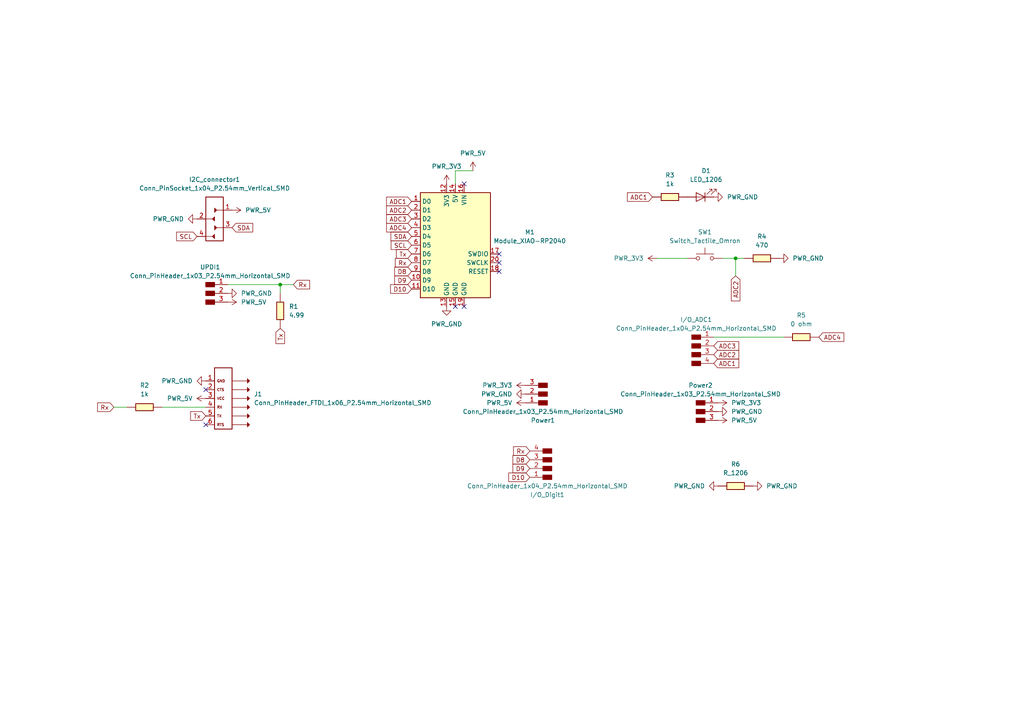
<source format=kicad_sch>
(kicad_sch (version 20231120) (generator "eeschema") (generator_version "8.0")
  (paper "A4")
  (lib_symbols
    (symbol "Fabac:Conn_PinHeader_1x03_P2.54mm_Horizontal_SMD" (pin_names hide)
      (property "Reference" "J" (at 0 5.08 0))
      (property "Value" "Conn_PinHeader_1x03_P2.54mm_Horizontal_SMD" (at 0 -5.08 0))
      (symbol "Conn_PinHeader_1x03_P2.54mm_Horizontal_SMD_1_1"
        (rectangle (start -1.27 -1.905) (end 1.27 -3.175) (stroke (width 0.254)) (fill (type outline)))
        (rectangle (start -1.27 0.635) (end 1.27 -0.635) (stroke (width 0.254)) (fill (type outline)))
        (rectangle (start -1.27 3.175) (end 1.27 1.905) (stroke (width 0.254)) (fill (type outline)))
        (pin passive line (at 5.08 2.54 180) (length 3.81) (name "Pin_1") (number "1"))
        (pin passive line (at 5.08 0 180) (length 3.81) (name "Pin_2") (number "2"))
        (pin passive line (at 5.08 -2.54 180) (length 3.81) (name "Pin_3") (number "3"))
      )
    )
    (symbol "Fabac:Conn_PinHeader_1x04_P2.54mm_Horizontal_SMD" (pin_names hide)
      (property "Reference" "J" (at 0 5.08 0))
      (property "Value" "Conn_PinHeader_1x04_P2.54mm_Horizontal_SMD" (at 0 -7.62 0))
      (symbol "Conn_PinHeader_1x04_P2.54mm_Horizontal_SMD_1_1"
        (rectangle (start -1.27 -4.445) (end 1.27 -5.715) (stroke (width 0.254)) (fill (type outline)))
        (rectangle (start -1.27 -1.905) (end 1.27 -3.175) (stroke (width 0.254)) (fill (type outline)))
        (rectangle (start -1.27 0.635) (end 1.27 -0.635) (stroke (width 0.254)) (fill (type outline)))
        (rectangle (start -1.27 3.175) (end 1.27 1.905) (stroke (width 0.254)) (fill (type outline)))
        (pin passive line (at 5.08 2.54 180) (length 3.81) (name "Pin_1") (number "1"))
        (pin passive line (at 5.08 0 180) (length 3.81) (name "Pin_2") (number "2"))
        (pin passive line (at 5.08 -2.54 180) (length 3.81) (name "Pin_3") (number "3"))
        (pin passive line (at 5.08 -5.08 180) (length 3.81) (name "Pin_4") (number "4"))
      )
    )
    (symbol "Fabac:Conn_PinHeader_FTDI_1x06_P2.54mm_Horizontal_SMD"
      (property "Reference" "J" (at 0 10.16 0))
      (property "Value" "Conn_PinHeader_FTDI_1x06_P2.54mm_Horizontal_SMD" (at 0 -10.16 0))
      (symbol "Conn_PinHeader_FTDI_1x06_P2.54mm_Horizontal_SMD_0_0"
        (polyline (pts (xy 2.54 -7.62) (xy 7.62 -7.62)))
        (polyline (pts (xy 2.54 -5.08) (xy 7.62 -5.08)))
        (polyline (pts (xy 2.54 -2.54) (xy 7.62 -2.54)))
        (polyline (pts (xy 2.54 0) (xy 7.62 0)))
        (polyline (pts (xy 2.54 2.54) (xy 7.62 2.54)))
        (polyline (pts (xy 2.54 5.08) (xy 7.62 5.08)))
        (polyline (pts (xy 6.985 -6.985) (xy 7.62 -7.62) (xy 6.985 -8.255) (xy 6.985 -6.985)) (fill (type outline)))
        (polyline (pts (xy 6.985 -4.445) (xy 7.62 -5.08) (xy 6.985 -5.715) (xy 6.985 -4.445)) (fill (type outline)))
        (polyline (pts (xy 6.985 -1.905) (xy 7.62 -2.54) (xy 6.985 -3.175) (xy 6.985 -1.905)) (fill (type outline)))
        (polyline (pts (xy 6.985 0.635) (xy 7.62 0) (xy 6.985 -0.635) (xy 6.985 0.635)) (fill (type outline)))
        (polyline (pts (xy 6.985 3.175) (xy 7.62 2.54) (xy 6.985 1.905) (xy 6.985 3.175)) (fill (type outline)))
        (polyline (pts (xy 6.985 5.715) (xy 7.62 5.08) (xy 6.985 4.445) (xy 6.985 5.715)) (fill (type outline)))
        (text "CTS" (at -1.905 2.54 0) (effects (font (size 0.75 0.75)) (justify left)))
        (text "GND" (at -1.905 5.08 0) (effects (font (size 0.75 0.75)) (justify left)))
        (text "RTS" (at -1.905 -7.62 0) (effects (font (size 0.75 0.75)) (justify left)))
        (text "RX" (at -1.905 -2.54 0) (effects (font (size 0.75 0.75)) (justify left)))
        (text "TX" (at -1.905 -5.08 0) (effects (font (size 0.75 0.75)) (justify left)))
        (text "VCC" (at -1.905 0 0) (effects (font (size 0.75 0.75)) (justify left)))
      )
      (symbol "Conn_PinHeader_FTDI_1x06_P2.54mm_Horizontal_SMD_1_0"
        (rectangle (start -2.54 8.89) (end 2.54 -8.89) (stroke (width 0.254)))
      )
      (symbol "Conn_PinHeader_FTDI_1x06_P2.54mm_Horizontal_SMD_1_1"
        (pin passive line (at -5.08 5.08 0) (length 2.54) (name "") (number "1"))
        (pin passive line (at -5.08 2.54 0) (length 2.54) (name "") (number "2"))
        (pin passive line (at -5.08 0 0) (length 2.54) (name "") (number "3"))
        (pin passive line (at -5.08 -2.54 0) (length 2.54) (name "") (number "4"))
        (pin passive line (at -5.08 -5.08 0) (length 2.54) (name "") (number "5"))
        (pin passive line (at -5.08 -7.62 0) (length 2.54) (name "") (number "6"))
      )
    )
    (symbol "Fabac:Conn_PinSocket_1x04_P2.54mm_Vertical_SMD" (pin_names hide)
      (property "Reference" "J" (at 0 7.62 0))
      (property "Value" "Conn_PinSocket_1x04_P2.54mm_Vertical_SMD" (at 0 -7.62 0))
      (symbol "Conn_PinSocket_1x04_P2.54mm_Vertical_SMD_0_0"
        (polyline (pts (xy 0 -5.08) (xy -2.54 -5.08)))
        (polyline (pts (xy 0 0) (xy -2.54 0)))
        (polyline (pts (xy 2.54 -2.54) (xy 0 -2.54)))
        (polyline (pts (xy 2.54 2.54) (xy 0 2.54)))
        (polyline (pts (xy 0 -5.715) (xy -0.635 -5.08) (xy 0 -4.445) (xy 0 -5.715)) (fill (type outline)))
        (polyline (pts (xy 0 -3.175) (xy 0.635 -2.54) (xy 0 -1.905) (xy 0 -3.175)) (fill (type outline)))
        (polyline (pts (xy 0 -0.635) (xy -0.635 0) (xy 0 0.635) (xy 0 -0.635)) (fill (type outline)))
        (polyline (pts (xy 0 1.905) (xy 0.635 2.54) (xy 0 3.175) (xy 0 1.905)) (fill (type outline)))
      )
      (symbol "Conn_PinSocket_1x04_P2.54mm_Vertical_SMD_1_0"
        (rectangle (start -2.54 6.35) (end 2.54 -6.35) (stroke (width 0.254)))
      )
      (symbol "Conn_PinSocket_1x04_P2.54mm_Vertical_SMD_1_1"
        (pin passive line (at 5.08 2.54 180) (length 2.54) (name "Pin_1") (number "1"))
        (pin passive line (at -5.08 0 0) (length 2.54) (name "Pin_2") (number "2"))
        (pin passive line (at 5.08 -2.54 180) (length 2.54) (name "Pin_1") (number "3"))
        (pin passive line (at -5.08 -5.08 0) (length 2.54) (name "Pin_2") (number "4"))
      )
    )
    (symbol "Fabac:LED_1206" (pin_numbers hide) (pin_names (offset 1.016) hide)
      (property "Reference" "D" (at 0 2.54 0))
      (property "Value" "LED_1206" (at 0 -2.54 0))
      (symbol "LED_1206_0_1"
        (polyline (pts (xy -1.27 -1.27) (xy -1.27 1.27)) (stroke (width 0.2032)))
        (polyline (pts (xy -1.27 0) (xy 1.27 0)))
        (polyline (pts (xy 1.27 -1.27) (xy 1.27 1.27) (xy -1.27 0) (xy 1.27 -1.27)) (stroke (width 0.2032)))
        (polyline (pts (xy -3.048 -0.762) (xy -4.572 -2.286) (xy -3.81 -2.286) (xy -4.572 -2.286) (xy -4.572 -1.524)))
        (polyline (pts (xy -1.778 -0.762) (xy -3.302 -2.286) (xy -2.54 -2.286) (xy -3.302 -2.286) (xy -3.302 -1.524)))
      )
      (symbol "LED_1206_1_1"
        (pin passive line (at -3.81 0 0) (length 2.54) (name "K") (number "1"))
        (pin passive line (at 3.81 0 180) (length 2.54) (name "A") (number "2"))
      )
    )
    (symbol "Fabac:Module_XIAO-RP2040"
      (property "Reference" "M" (at -10.16 16.51 0))
      (property "Value" "Module_XIAO-RP2040" (at 3.81 16.51 0))
      (symbol "Module_XIAO-RP2040_1_1"
        (rectangle (start -10.16 15.24) (end 10.16 -15.24) (stroke (width 0.254)) (fill (type background)))
        (pin bidirectional line (at -12.7 12.7 0) (length 2.54) (name "D0") (number "1"))
        (pin bidirectional line (at -12.7 -10.16 0) (length 2.54) (name "D9") (number "10"))
        (pin bidirectional line (at -12.7 -12.7 0) (length 2.54) (name "D10") (number "11"))
        (pin power_in line (at -2.54 17.78 270) (length 2.54) (name "3V3") (number "12"))
        (pin power_in line (at -2.54 -17.78 90) (length 2.54) (name "GND") (number "13"))
        (pin power_in line (at 0 17.78 270) (length 2.54) (name "5V") (number "14"))
        (pin power_in line (at 0 -17.78 90) (length 2.54) (name "GND") (number "15"))
        (pin power_in line (at 2.54 17.78 270) (length 2.54) (name "VIN") (number "16"))
        (pin bidirectional line (at 12.7 -2.54 180) (length 2.54) (name "SWDIO") (number "17"))
        (pin input line (at 12.7 -7.62 180) (length 2.54) (name "RESET") (number "18"))
        (pin power_in line (at 2.54 -17.78 90) (length 2.54) (name "GND") (number "19"))
        (pin bidirectional line (at -12.7 10.16 0) (length 2.54) (name "D1") (number "2"))
        (pin input line (at 12.7 -5.08 180) (length 2.54) (name "SWCLK") (number "20"))
        (pin bidirectional line (at -12.7 7.62 0) (length 2.54) (name "D2") (number "3"))
        (pin bidirectional line (at -12.7 5.08 0) (length 2.54) (name "D3") (number "4"))
        (pin bidirectional line (at -12.7 2.54 0) (length 2.54) (name "D4") (number "5"))
        (pin bidirectional line (at -12.7 0 0) (length 2.54) (name "D5") (number "6"))
        (pin bidirectional line (at -12.7 -2.54 0) (length 2.54) (name "D6") (number "7"))
        (pin bidirectional line (at -12.7 -5.08 0) (length 2.54) (name "D7") (number "8"))
        (pin bidirectional line (at -12.7 -7.62 0) (length 2.54) (name "D8") (number "9"))
      )
    )
    (symbol "Fabac:PWR_3V3" (power) (pin_names (offset 0))
      (property "Value" "PWR_3V3" (at 0 3.556 0))
      (symbol "PWR_3V3_0_1"
        (polyline (pts (xy -0.762 1.27) (xy 0 2.54)))
        (polyline (pts (xy 0 0) (xy 0 2.54)))
        (polyline (pts (xy 0 2.54) (xy 0.762 1.27)))
      )
      (symbol "PWR_3V3_1_1"
        (pin power_in line (at 0 0 90) (length 0) hide (name "PWR_3V3") (number "1"))
      )
    )
    (symbol "Fabac:PWR_5V" (power) (pin_names (offset 0))
      (property "Value" "PWR_5V" (at 0 3.556 0))
      (symbol "PWR_5V_0_1"
        (polyline (pts (xy -0.762 1.27) (xy 0 2.54)))
        (polyline (pts (xy 0 0) (xy 0 2.54)))
        (polyline (pts (xy 0 2.54) (xy 0.762 1.27)))
      )
      (symbol "PWR_5V_1_1"
        (pin power_in line (at 0 0 90) (length 0) hide (name "PWR_5V") (number "1"))
      )
    )
    (symbol "Fabac:PWR_GND" (power) (pin_names (offset 0))
      (property "Value" "PWR_GND" (at 0 -3.81 0))
      (symbol "PWR_GND_0_1"
        (polyline (pts (xy 0 0) (xy 0 -1.27) (xy 1.27 -1.27) (xy 0 -2.54) (xy -1.27 -1.27) (xy 0 -1.27)))
      )
      (symbol "PWR_GND_1_1"
        (pin power_in line (at 0 0 270) (length 0) hide (name "PWR_GND") (number "1"))
      )
    )
    (symbol "Fabac:R_1206" (pin_numbers hide) (pin_names (offset 0))
      (property "Reference" "R" (at 2.54 0 90))
      (property "Value" "R_1206" (at -2.54 0 90))
      (symbol "R_1206_0_1"
        (rectangle (start -1.016 -2.54) (end 1.016 2.54) (stroke (width 0.254)) (fill (type background)))
      )
      (symbol "R_1206_1_1"
        (pin passive line (at 0 5.08 270) (length 2.54) (name "~") (number "1"))
        (pin passive line (at 0 -5.08 90) (length 2.54) (name "~") (number "2"))
      )
    )
    (symbol "Fabac:Switch_Tactile_Omron" (pin_numbers hide) (pin_names (offset 1.016) hide)
      (property "Reference" "SW" (at 1.27 2.54 0))
      (property "Value" "Switch_Tactile_Omron" (at 0 -1.524 0))
      (symbol "Switch_Tactile_Omron_0_1"
        (circle (center -2.032 0) (radius 0.508))
        (polyline (pts (xy 0 1.27) (xy 0 3.048)))
        (polyline (pts (xy 2.54 1.27) (xy -2.54 1.27)))
        (circle (center 2.032 0) (radius 0.508))
        (pin passive line (at -5.08 0 0) (length 2.54) (name "1") (number "1"))
        (pin passive line (at 5.08 0 180) (length 2.54) (name "2") (number "2"))
      )
    )
  )
  (junction (at 81.28 82.55))
  (junction (at 213.36 74.93))
  (no_connect (at 132.08 88.9))
  (no_connect (at 144.78 76.2))
  (no_connect (at 144.78 73.66))
  (no_connect (at 134.62 88.9))
  (no_connect (at 59.69 113.03))
  (no_connect (at 134.62 53.34))
  (no_connect (at 144.78 78.74))
  (no_connect (at 59.69 123.19))
  (wire (pts (xy 207.01 97.79) (xy 227.33 97.79)))
  (wire (pts (xy 190.5 74.93) (xy 199.39 74.93)))
  (wire (pts (xy 132.08 49.53) (xy 132.08 53.34)))
  (wire (pts (xy 66.04 82.55) (xy 81.28 82.55)))
  (wire (pts (xy 33.02 118.11) (xy 36.83 118.11)))
  (wire (pts (xy 46.99 118.11) (xy 59.69 118.11)))
  (wire (pts (xy 81.28 82.55) (xy 85.09 82.55)))
  (wire (pts (xy 209.55 74.93) (xy 213.36 74.93)))
  (wire (pts (xy 213.36 74.93) (xy 213.36 80.01)))
  (wire (pts (xy 213.36 74.93) (xy 215.9 74.93)))
  (wire (pts (xy 137.16 49.53) (xy 132.08 49.53)))
  (wire (pts (xy 81.28 85.09) (xy 81.28 82.55)))
  (global_label "Rx" (shape input) (at 153.67 130.81 180) (property "Intersheetrefs" "${INTERSHEET_REFS}" (effects (hide yes))))
  (global_label "ADC1" (shape input) (at 119.38 58.42 180) (property "Intersheetrefs" "${INTERSHEET_REFS}" (effects (hide yes))))
  (global_label "Tx" (shape input) (at 119.38 73.66 180) (property "Intersheetrefs" "${INTERSHEET_REFS}" (effects (hide yes))))
  (global_label "D10" (shape input) (at 153.67 138.43 180) (property "Intersheetrefs" "${INTERSHEET_REFS}" (effects (hide yes))))
  (global_label "Tx" (shape input) (at 59.69 120.65 180) (property "Intersheetrefs" "${INTERSHEET_REFS}" (effects (hide yes))))
  (global_label "ADC2" (shape input) (at 213.36 80.01 270) (property "Intersheetrefs" "${INTERSHEET_REFS}" (effects (hide yes))))
  (global_label "ADC1" (shape input) (at 189.23 57.15 180) (property "Intersheetrefs" "${INTERSHEET_REFS}" (effects (hide yes))))
  (global_label "ADC4" (shape input) (at 119.38 66.04 180) (property "Intersheetrefs" "${INTERSHEET_REFS}" (effects (hide yes))))
  (global_label "Rx" (shape input) (at 85.09 82.55 0) (property "Intersheetrefs" "${INTERSHEET_REFS}" (effects (hide yes))))
  (global_label "SDA" (shape input) (at 119.38 68.58 180) (property "Intersheetrefs" "${INTERSHEET_REFS}" (effects (hide yes))))
  (global_label "ADC2" (shape input) (at 207.01 102.87 0) (property "Intersheetrefs" "${INTERSHEET_REFS}" (effects (hide yes))))
  (global_label "D10" (shape input) (at 119.38 83.82 180) (property "Intersheetrefs" "${INTERSHEET_REFS}" (effects (hide yes))))
  (global_label "Rx" (shape input) (at 33.02 118.11 180) (property "Intersheetrefs" "${INTERSHEET_REFS}" (effects (hide yes))))
  (global_label "Rx" (shape input) (at 119.38 76.2 180) (property "Intersheetrefs" "${INTERSHEET_REFS}" (effects (hide yes))))
  (global_label "SCL" (shape input) (at 119.38 71.12 180) (property "Intersheetrefs" "${INTERSHEET_REFS}" (effects (hide yes))))
  (global_label "SCL" (shape input) (at 57.15 68.58 180) (property "Intersheetrefs" "${INTERSHEET_REFS}" (effects (hide yes))))
  (global_label "ADC4" (shape input) (at 237.49 97.79 0) (property "Intersheetrefs" "${INTERSHEET_REFS}" (effects (hide yes))))
  (global_label "SDA" (shape input) (at 67.31 66.04 0) (property "Intersheetrefs" "${INTERSHEET_REFS}" (effects (hide yes))))
  (global_label "ADC2" (shape input) (at 119.38 60.96 180) (property "Intersheetrefs" "${INTERSHEET_REFS}" (effects (hide yes))))
  (global_label "D9" (shape input) (at 153.67 135.89 180) (property "Intersheetrefs" "${INTERSHEET_REFS}" (effects (hide yes))))
  (global_label "ADC3" (shape input) (at 119.38 63.5 180) (property "Intersheetrefs" "${INTERSHEET_REFS}" (effects (hide yes))))
  (global_label "ADC1" (shape input) (at 207.01 105.41 0) (property "Intersheetrefs" "${INTERSHEET_REFS}" (effects (hide yes))))
  (global_label "D8" (shape input) (at 153.67 133.35 180) (property "Intersheetrefs" "${INTERSHEET_REFS}" (effects (hide yes))))
  (global_label "D8" (shape input) (at 119.38 78.74 180) (property "Intersheetrefs" "${INTERSHEET_REFS}" (effects (hide yes))))
  (global_label "Tx" (shape input) (at 81.28 95.25 270) (property "Intersheetrefs" "${INTERSHEET_REFS}" (effects (hide yes))))
  (global_label "D9" (shape input) (at 119.38 81.28 180) (property "Intersheetrefs" "${INTERSHEET_REFS}" (effects (hide yes))))
  (global_label "ADC3" (shape input) (at 207.01 100.33 0) (property "Intersheetrefs" "${INTERSHEET_REFS}" (effects (hide yes))))
  (symbol (lib_id "Fabac:PWR_5V") (at 67.31 60.96 270) (unit 1)
    (property "Reference" "#PWR04" (effects (hide yes)))
    (property "Value" "PWR_5V" (at 71.12 60.9599 90) (effects (justify left)))
    (property "Description" "Power symbol creates a global label with name \"+5V\"" (effects (hide yes)))
  )
  (symbol (lib_id "Fabac:R_1206") (at 213.36 140.97 90) (unit 1)
    (property "Reference" "R6" (at 213.36 134.62 90))
    (property "Value" "R_1206" (at 213.36 137.16 90))
    (property "Footprint" "Fabac:R_1206" (effects (hide yes)))
    (property "Description" "Resistor" (effects (hide yes)))
  )
  (symbol (lib_id "Fabac:PWR_GND") (at 129.54 88.9 0) (unit 1)
    (property "Reference" "#PWR01" (effects (hide yes)))
    (property "Value" "PWR_GND" (at 129.54 93.98 0))
    (property "Description" "Power symbol creates a global label with name \"GND\" , ground" (effects (hide yes)))
  )
  (symbol (lib_id "Fabac:Switch_Tactile_Omron") (at 204.47 74.93 0) (unit 1)
    (property "Reference" "SW1" (at 204.47 67.31 0))
    (property "Value" "Switch_Tactile_Omron" (at 204.47 69.85 0))
    (property "Footprint" "Fabac:Button_Omron_B3SN_6.0x6.0mm" (effects (hide yes)))
    (property "Datasheet" "https://omronfs.omron.com/en_US/ecb/products/pdf/en-b3sn.pdf" (effects (hide yes)))
    (property "Description" "Push button switch, Omron, B3SN, Sealed Tactile Switch (SMT), SPST-NO Top Actuated Surface Mount" (effects (hide yes)))
  )
  (symbol (lib_id "Fabac:R_1206") (at 41.91 118.11 90) (unit 1)
    (property "Reference" "R2" (at 41.91 111.76 90))
    (property "Value" "1k" (at 41.91 114.3 90))
    (property "Footprint" "Fabac:R_1206" (effects (hide yes)))
    (property "Description" "Resistor" (effects (hide yes)))
  )
  (symbol (lib_id "Fabac:PWR_GND") (at 207.01 57.15 90) (unit 1)
    (property "Reference" "#PWR010" (effects (hide yes)))
    (property "Value" "PWR_GND" (at 210.82 57.1499 90) (effects (justify right)))
    (property "Description" "Power symbol creates a global label with name \"GND\" , ground" (effects (hide yes)))
  )
  (symbol (lib_id "Fabac:PWR_GND") (at 66.04 85.09 90) (unit 1)
    (property "Reference" "#PWR06" (effects (hide yes)))
    (property "Value" "PWR_GND" (at 69.85 85.0899 90) (effects (justify right)))
    (property "Description" "Power symbol creates a global label with name \"GND\" , ground" (effects (hide yes)))
  )
  (symbol (lib_id "Fabac:Module_XIAO-RP2040") (at 132.08 71.12 0) (unit 1)
    (property "Reference" "M1" (at 153.67 67.3414 0))
    (property "Value" "Module_XIAO-RP2040" (at 153.67 69.8814 0))
    (property "Footprint" "Fabac:SeeedStudio_XIAO_RP2040" (effects (hide yes)))
    (property "Datasheet" "https://wiki.seeedstudio.com/XIAO-RP2040/" (effects (hide yes)))
    (property "Description" "RP2040 XIAO RP2040 - ARM® Cortex®-M0+ MCU 32-Bit Embedded Evaluation Board" (effects (hide yes)))
  )
  (symbol (lib_id "Fabac:R_1206") (at 194.31 57.15 90) (unit 1)
    (property "Reference" "R3" (at 194.31 50.8 90))
    (property "Value" "1k" (at 194.31 53.34 90))
    (property "Footprint" "Fabac:R_1206" (effects (hide yes)))
    (property "Description" "Resistor" (effects (hide yes)))
  )
  (symbol (lib_id "Fabac:R_1206") (at 232.41 97.79 90) (unit 1)
    (property "Reference" "R5" (at 232.41 91.44 90))
    (property "Value" "0 ohm" (at 232.41 93.98 90))
    (property "Footprint" "Fabac:R_1206" (effects (hide yes)))
    (property "Description" "Resistor" (effects (hide yes)))
  )
  (symbol (lib_id "Fabac:R_1206") (at 81.28 90.17 0) (unit 1)
    (property "Reference" "R1" (at 83.82 88.8999 0) (effects (justify left)))
    (property "Value" "4.99" (at 83.82 91.4399 0) (effects (justify left)))
    (property "Footprint" "Fabac:R_1206" (effects (hide yes)))
    (property "Description" "Resistor" (effects (hide yes)))
  )
  (symbol (lib_id "Fabac:PWR_GND") (at 152.4 114.3 270) (unit 1)
    (property "Reference" "#PWR017" (effects (hide yes)))
    (property "Value" "PWR_GND" (at 148.59 114.3001 90) (effects (justify right)))
    (property "Description" "Power symbol creates a global label with name \"GND\" , ground" (effects (hide yes)))
  )
  (symbol (lib_id "Fabac:PWR_GND") (at 208.28 140.97 270) (unit 1)
    (property "Reference" "#PWR020" (effects (hide yes)))
    (property "Value" "PWR_GND" (at 204.47 140.9699 90) (effects (justify right)))
    (property "Description" "Power symbol creates a global label with name \"GND\" , ground" (effects (hide yes)))
  )
  (symbol (lib_id "Fabac:PWR_3V3") (at 208.28 116.84 270) (unit 1)
    (property "Reference" "#PWR014" (effects (hide yes)))
    (property "Value" "PWR_3V3" (at 212.09 116.8399 90) (effects (justify left)))
    (property "Description" "Power symbol creates a global label with name \"+3V3\"" (effects (hide yes)))
  )
  (symbol (lib_id "Fabac:PWR_GND") (at 57.15 63.5 270) (unit 1)
    (property "Reference" "#PWR05" (effects (hide yes)))
    (property "Value" "PWR_GND" (at 53.34 63.4999 90) (effects (justify right)))
    (property "Description" "Power symbol creates a global label with name \"GND\" , ground" (effects (hide yes)))
  )
  (symbol (lib_id "Fabac:PWR_5V") (at 152.4 116.84 90) (unit 1)
    (property "Reference" "#PWR016" (effects (hide yes)))
    (property "Value" "PWR_5V" (at 148.59 116.8399 90) (effects (justify left)))
    (property "Description" "Power symbol creates a global label with name \"+5V\"" (effects (hide yes)))
  )
  (symbol (lib_id "Fabac:Conn_PinHeader_1x03_P2.54mm_Horizontal_SMD") (at 203.2 119.38 0) (unit 1)
    (property "Reference" "Power2" (at 203.2 111.76 0))
    (property "Value" "Conn_PinHeader_1x03_P2.54mm_Horizontal_SMD" (at 203.2 114.3 0))
    (property "Footprint" "Fabac:PinHeader_1x03_P2.54mm_Horizontal_SMD" (effects (hide yes)))
    (property "Description" "Male connector, single row" (effects (hide yes)))
  )
  (symbol (lib_id "Fabac:PWR_3V3") (at 190.5 74.93 90) (unit 1)
    (property "Reference" "#PWR012" (effects (hide yes)))
    (property "Value" "PWR_3V3" (at 186.69 74.9299 90) (effects (justify left)))
    (property "Description" "Power symbol creates a global label with name \"+3V3\"" (effects (hide yes)))
  )
  (symbol (lib_id "Fabac:Conn_PinHeader_1x04_P2.54mm_Horizontal_SMD") (at 158.75 135.89 180) (unit 1)
    (property "Reference" "I/O_Digit1" (at 158.75 143.51 0))
    (property "Value" "Conn_PinHeader_1x04_P2.54mm_Horizontal_SMD" (at 158.75 140.97 0))
    (property "Footprint" "Fabac:PinHeader_1x04_P2.54mm_Horizontal_SMD" (effects (hide yes)))
    (property "Description" "Male connector, single row" (effects (hide yes)))
  )
  (symbol (lib_id "Fabac:PWR_5V") (at 208.28 121.92 270) (unit 1)
    (property "Reference" "#PWR013" (effects (hide yes)))
    (property "Value" "PWR_5V" (at 212.09 121.9199 90) (effects (justify left)))
    (property "Description" "Power symbol creates a global label with name \"+5V\"" (effects (hide yes)))
  )
  (symbol (lib_id "Fabac:PWR_GND") (at 208.28 119.38 90) (unit 1)
    (property "Reference" "#PWR015" (effects (hide yes)))
    (property "Value" "PWR_GND" (at 212.09 119.3799 90) (effects (justify right)))
    (property "Description" "Power symbol creates a global label with name \"GND\" , ground" (effects (hide yes)))
  )
  (symbol (lib_id "Fabac:Conn_PinHeader_1x03_P2.54mm_Horizontal_SMD") (at 157.48 114.3 180) (unit 1)
    (property "Reference" "Power1" (at 157.48 121.92 0))
    (property "Value" "Conn_PinHeader_1x03_P2.54mm_Horizontal_SMD" (at 157.48 119.38 0))
    (property "Footprint" "Fabac:PinHeader_1x03_P2.54mm_Horizontal_SMD" (effects (hide yes)))
    (property "Description" "Male connector, single row" (effects (hide yes)))
  )
  (symbol (lib_id "Fabac:PWR_5V") (at 59.69 115.57 90) (unit 1)
    (property "Reference" "#PWR09" (effects (hide yes)))
    (property "Value" "PWR_5V" (at 55.88 115.5699 90) (effects (justify left)))
    (property "Description" "Power symbol creates a global label with name \"+5V\"" (effects (hide yes)))
  )
  (symbol (lib_id "Fabac:PWR_5V") (at 137.16 49.53 0) (unit 1)
    (property "Reference" "#PWR03" (effects (hide yes)))
    (property "Value" "PWR_5V" (at 137.16 44.45 0))
    (property "Description" "Power symbol creates a global label with name \"+5V\"" (effects (hide yes)))
  )
  (symbol (lib_id "Fabac:PWR_3V3") (at 129.54 53.34 0) (unit 1)
    (property "Reference" "#PWR02" (effects (hide yes)))
    (property "Value" "PWR_3V3" (at 129.54 48.26 0))
    (property "Description" "Power symbol creates a global label with name \"+3V3\"" (effects (hide yes)))
  )
  (symbol (lib_id "Fabac:Conn_PinSocket_1x04_P2.54mm_Vertical_SMD") (at 62.23 63.5 0) (unit 1)
    (property "Reference" "I2C_connector1" (at 62.23 52.07 0))
    (property "Value" "Conn_PinSocket_1x04_P2.54mm_Vertical_SMD" (at 62.23 54.61 0))
    (property "Footprint" "Fabac:PinSocket_1x04_P2.54mm_Vertical_SMD" (effects (hide yes)))
    (property "Datasheet" "https://media.digikey.com/pdf/Data%20Sheets/Sullins%20PDFs/NPxCxx1KFXx-RC%2010487-D.pdf" (effects (hide yes)))
    (property "Description" "Top or Bottom Entry Connector 0.100\" (2.54mm) Surface Mount Tin" (effects (hide yes)))
  )
  (symbol (lib_id "Fabac:LED_1206") (at 203.2 57.15 180) (unit 1)
    (property "Reference" "D1" (at 204.8002 49.53 0))
    (property "Value" "LED_1206" (at 204.8002 52.07 0))
    (property "Footprint" "Fabac:LED_1206" (effects (hide yes)))
    (property "Datasheet" "https://optoelectronics.liteon.com/upload/download/DS-22-98-0002/LTST-C150CKT.pdf" (effects (hide yes)))
    (property "Description" "Light emitting diode, Lite-On Inc. LTST, SMD" (effects (hide yes)))
  )
  (symbol (lib_id "Fabac:Conn_PinHeader_1x04_P2.54mm_Horizontal_SMD") (at 201.93 100.33 0) (unit 1)
    (property "Reference" "I/O_ADC1" (at 201.93 92.71 0))
    (property "Value" "Conn_PinHeader_1x04_P2.54mm_Horizontal_SMD" (at 201.93 95.25 0))
    (property "Footprint" "Fabac:PinHeader_1x04_P2.54mm_Horizontal_SMD" (effects (hide yes)))
    (property "Description" "Male connector, single row" (effects (hide yes)))
  )
  (symbol (lib_id "Fabac:R_1206") (at 220.98 74.93 270) (unit 1)
    (property "Reference" "R4" (at 220.98 68.58 90))
    (property "Value" "470" (at 220.98 71.12 90))
    (property "Footprint" "Fabac:R_1206" (effects (hide yes)))
    (property "Description" "Resistor" (effects (hide yes)))
  )
  (symbol (lib_id "Fabac:PWR_3V3") (at 152.4 111.76 90) (unit 1)
    (property "Reference" "#PWR018" (effects (hide yes)))
    (property "Value" "PWR_3V3" (at 148.59 111.7599 90) (effects (justify left)))
    (property "Description" "Power symbol creates a global label with name \"+3V3\"" (effects (hide yes)))
  )
  (symbol (lib_id "Fabac:PWR_GND") (at 218.44 140.97 90) (unit 1)
    (property "Reference" "#PWR019" (effects (hide yes)))
    (property "Value" "PWR_GND" (at 222.25 140.9699 90) (effects (justify right)))
    (property "Description" "Power symbol creates a global label with name \"GND\" , ground" (effects (hide yes)))
  )
  (symbol (lib_id "Fabac:Conn_PinHeader_1x03_P2.54mm_Horizontal_SMD") (at 60.96 85.09 0) (unit 1)
    (property "Reference" "UPDI1" (at 60.96 77.47 0))
    (property "Value" "Conn_PinHeader_1x03_P2.54mm_Horizontal_SMD" (at 60.96 80.01 0))
    (property "Footprint" "Fabac:PinHeader_1x03_P2.54mm_Horizontal_SMD" (effects (hide yes)))
    (property "Description" "Male connector, single row" (effects (hide yes)))
  )
  (symbol (lib_id "Fabac:PWR_GND") (at 226.06 74.93 90) (unit 1)
    (property "Reference" "#PWR011" (effects (hide yes)))
    (property "Value" "PWR_GND" (at 229.87 74.9299 90) (effects (justify right)))
    (property "Description" "Power symbol creates a global label with name \"GND\" , ground" (effects (hide yes)))
  )
  (symbol (lib_id "Fabac:Conn_PinHeader_FTDI_1x06_P2.54mm_Horizontal_SMD") (at 64.77 115.57 0) (unit 1)
    (property "Reference" "J1" (at 73.66 114.2999 0) (effects (justify left)))
    (property "Value" "Conn_PinHeader_FTDI_1x06_P2.54mm_Horizontal_SMD" (at 73.66 116.8399 0) (effects (justify left)))
    (property "Footprint" "Fabac:PinHeader_1x06_P2.54mm_Horizontal_SMD" (effects (hide yes)))
    (property "Description" "FTDI header connector, usually used on the target board side" (effects (hide yes)))
  )
  (symbol (lib_id "Fabac:PWR_GND") (at 59.69 110.49 270) (unit 1)
    (property "Reference" "#PWR08" (effects (hide yes)))
    (property "Value" "PWR_GND" (at 55.88 110.4899 90) (effects (justify right)))
    (property "Description" "Power symbol creates a global label with name \"GND\" , ground" (effects (hide yes)))
  )
  (symbol (lib_id "Fabac:PWR_5V") (at 66.04 87.63 270) (unit 1)
    (property "Reference" "#PWR07" (effects (hide yes)))
    (property "Value" "PWR_5V" (at 69.85 87.6299 90) (effects (justify left)))
    (property "Description" "Power symbol creates a global label with name \"+5V\"" (effects (hide yes)))
  )
)
</source>
